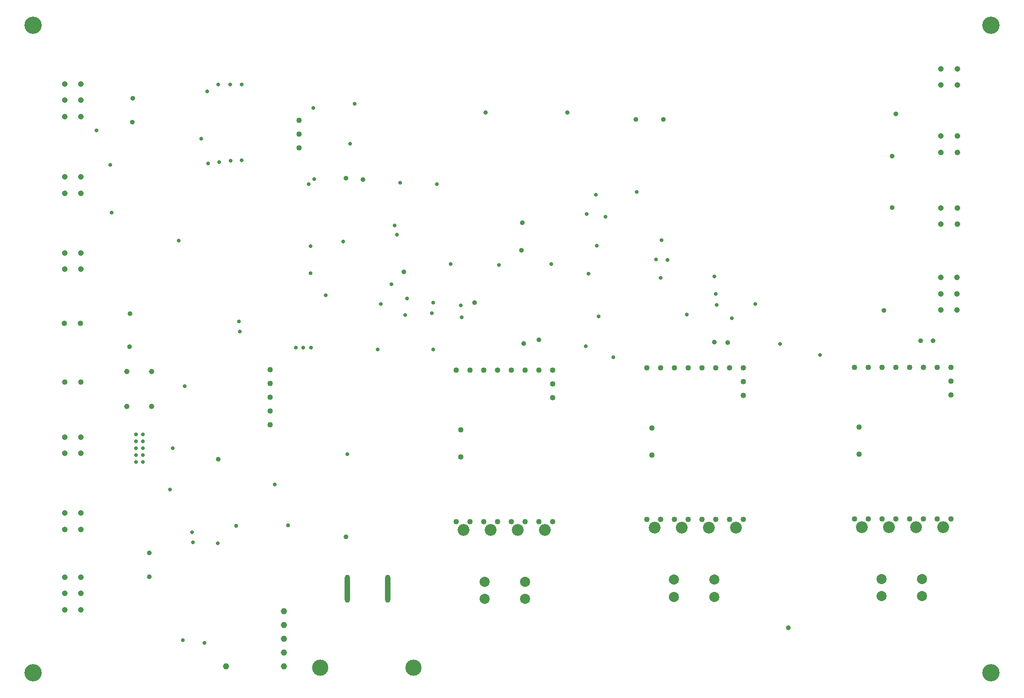
<source format=gbr>
%TF.GenerationSoftware,Altium Limited,Altium Designer,20.1.14 (287)*%
G04 Layer_Color=0*
%FSLAX25Y25*%
%MOIN*%
%TF.SameCoordinates,420D9B4C-C7A0-47ED-81AF-82C992674030*%
%TF.FilePolarity,Positive*%
%TF.FileFunction,Plated,1,4,PTH,Drill*%
%TF.Part,Single*%
G01*
G75*
%TA.AperFunction,ComponentDrill*%
%ADD114C,0.08600*%
%ADD115C,0.04213*%
%ADD116C,0.03000*%
%ADD117C,0.04000*%
%ADD118C,0.03500*%
%ADD119O,0.03900X0.20300*%
%ADD120C,0.11800*%
%ADD121C,0.07323*%
%ADD122C,0.03898*%
%ADD123C,0.04016*%
%ADD124C,0.02800*%
%ADD125C,0.03500*%
%ADD126C,0.03150*%
%ADD127C,0.04600*%
%TA.AperFunction,ViaDrill,NotFilled*%
%ADD128C,0.02800*%
%ADD129C,0.12600*%
D114*
X386500Y118700D02*
D03*
X366800D02*
D03*
X347100D02*
D03*
X327400D02*
D03*
X675500Y120700D02*
D03*
X655800D02*
D03*
X636100D02*
D03*
X616400D02*
D03*
X465900Y120200D02*
D03*
X485600D02*
D03*
X505300D02*
D03*
X525000D02*
D03*
D115*
X49675Y319724D02*
D03*
Y307913D02*
D03*
X37864Y319724D02*
D03*
Y307913D02*
D03*
Y362989D02*
D03*
Y374800D02*
D03*
X49675Y362989D02*
D03*
Y374800D02*
D03*
X685492Y278189D02*
D03*
Y290000D02*
D03*
Y301811D02*
D03*
X673681D02*
D03*
Y290000D02*
D03*
Y278189D02*
D03*
X38008Y442311D02*
D03*
Y430500D02*
D03*
Y418689D02*
D03*
X49819D02*
D03*
Y430500D02*
D03*
Y442311D02*
D03*
X49675Y185998D02*
D03*
Y174187D02*
D03*
X37864Y185998D02*
D03*
Y174187D02*
D03*
X49675Y130923D02*
D03*
Y119112D02*
D03*
X37864Y130923D02*
D03*
Y119112D02*
D03*
X38008Y84311D02*
D03*
Y72500D02*
D03*
Y60689D02*
D03*
X49819D02*
D03*
Y72500D02*
D03*
Y84311D02*
D03*
X685636Y453406D02*
D03*
Y441595D02*
D03*
X673825Y453406D02*
D03*
Y441595D02*
D03*
X685636Y404500D02*
D03*
Y392689D02*
D03*
X673825Y404500D02*
D03*
Y392689D02*
D03*
X685636Y352406D02*
D03*
Y340595D02*
D03*
X673825Y352406D02*
D03*
Y340595D02*
D03*
D116*
X200000Y122000D02*
D03*
X162500Y121500D02*
D03*
D117*
X325500Y171500D02*
D03*
Y191200D02*
D03*
X392000Y214700D02*
D03*
Y224700D02*
D03*
Y234700D02*
D03*
X382000D02*
D03*
X372000D02*
D03*
X362000D02*
D03*
X352000D02*
D03*
X342000D02*
D03*
X332000D02*
D03*
X322000D02*
D03*
Y124700D02*
D03*
X332000D02*
D03*
X342000D02*
D03*
X352000D02*
D03*
X362000D02*
D03*
X372000D02*
D03*
X382000D02*
D03*
X392000D02*
D03*
X614500Y173500D02*
D03*
Y193200D02*
D03*
X681000Y216700D02*
D03*
Y226700D02*
D03*
Y236700D02*
D03*
X671000D02*
D03*
X661000D02*
D03*
X651000D02*
D03*
X641000D02*
D03*
X631000D02*
D03*
X621000D02*
D03*
X611000D02*
D03*
Y126700D02*
D03*
X621000D02*
D03*
X631000D02*
D03*
X641000D02*
D03*
X651000D02*
D03*
X661000D02*
D03*
X671000D02*
D03*
X681000D02*
D03*
X530500Y126200D02*
D03*
X520500D02*
D03*
X510500D02*
D03*
X500500D02*
D03*
X490500D02*
D03*
X480500D02*
D03*
X470500D02*
D03*
X460500D02*
D03*
Y236200D02*
D03*
X470500D02*
D03*
X480500D02*
D03*
X490500D02*
D03*
X500500D02*
D03*
X510500D02*
D03*
X520500D02*
D03*
X530500D02*
D03*
Y226200D02*
D03*
Y216200D02*
D03*
X464000Y192700D02*
D03*
Y173000D02*
D03*
D118*
X149500Y170000D02*
D03*
X452500Y416500D02*
D03*
X242000Y113500D02*
D03*
X472500Y416500D02*
D03*
X563000Y47500D02*
D03*
X85500Y275500D02*
D03*
X254500Y373000D02*
D03*
X242000Y374000D02*
D03*
X659000Y256000D02*
D03*
X509500Y255000D02*
D03*
X382000Y256500D02*
D03*
X371000Y254000D02*
D03*
X668000Y256000D02*
D03*
X99500Y84500D02*
D03*
Y102000D02*
D03*
X85000Y251500D02*
D03*
X284000Y306000D02*
D03*
X335500Y283500D02*
D03*
X632500Y278000D02*
D03*
X519000Y254500D02*
D03*
D119*
X272400Y76000D02*
D03*
X243000D02*
D03*
D120*
X291000Y18500D02*
D03*
X223500D02*
D03*
D121*
X372000Y68500D02*
D03*
Y81020D02*
D03*
X342512Y68500D02*
D03*
Y81020D02*
D03*
X480000Y82520D02*
D03*
Y70000D02*
D03*
X509488Y82520D02*
D03*
Y70000D02*
D03*
X660000Y70500D02*
D03*
Y83020D02*
D03*
X630512Y70500D02*
D03*
Y83020D02*
D03*
D122*
X83142Y233795D02*
D03*
Y208205D02*
D03*
X100858D02*
D03*
Y233795D02*
D03*
D123*
X37689Y268500D02*
D03*
X49500D02*
D03*
X37864Y226057D02*
D03*
X49675D02*
D03*
X187000Y195000D02*
D03*
Y205000D02*
D03*
Y215000D02*
D03*
Y225000D02*
D03*
Y235000D02*
D03*
X208000Y416000D02*
D03*
Y406000D02*
D03*
Y396000D02*
D03*
D124*
X89823Y188028D02*
D03*
X94823D02*
D03*
X89823Y183028D02*
D03*
X94823D02*
D03*
X89823Y178028D02*
D03*
X94823D02*
D03*
X89823Y173028D02*
D03*
X94823D02*
D03*
X89823Y168028D02*
D03*
X94823D02*
D03*
D125*
X638500Y352500D02*
D03*
Y390000D02*
D03*
X641000Y420500D02*
D03*
X87000Y414500D02*
D03*
X87500Y432000D02*
D03*
X369500Y321500D02*
D03*
X370000Y341500D02*
D03*
D126*
X343472Y421500D02*
D03*
X402528D02*
D03*
D127*
X197000Y59500D02*
D03*
Y49500D02*
D03*
Y39500D02*
D03*
Y29500D02*
D03*
Y19500D02*
D03*
X155000D02*
D03*
D128*
X475500Y314500D02*
D03*
X305500Y283500D02*
D03*
X539000Y282500D02*
D03*
X470500Y301500D02*
D03*
X511000Y282000D02*
D03*
X510500Y290000D02*
D03*
X265000Y249500D02*
D03*
X139500Y36500D02*
D03*
X190500Y151500D02*
D03*
X416514Y348000D02*
D03*
X430500Y346000D02*
D03*
X557000Y253500D02*
D03*
X227500Y289000D02*
D03*
X216500Y324500D02*
D03*
X61000Y408500D02*
D03*
X71000Y383500D02*
D03*
X72000Y349000D02*
D03*
X120514Y328486D02*
D03*
X114500Y148000D02*
D03*
X275000Y297000D02*
D03*
X125000Y223000D02*
D03*
X326000Y273000D02*
D03*
X267500Y282500D02*
D03*
X325500Y281500D02*
D03*
X285000Y274500D02*
D03*
X304500Y276000D02*
D03*
X286500Y286500D02*
D03*
X218889Y373389D02*
D03*
X215000Y369500D02*
D03*
X425500Y273500D02*
D03*
X418000Y304500D02*
D03*
X308000Y369500D02*
D03*
X279000Y333000D02*
D03*
X277465Y339535D02*
D03*
X281500Y370500D02*
D03*
X240000Y328000D02*
D03*
X248500Y428000D02*
D03*
X245000Y399000D02*
D03*
X218500Y425000D02*
D03*
X142000Y384500D02*
D03*
X150000Y385500D02*
D03*
X158500Y386500D02*
D03*
X166500Y387000D02*
D03*
X391000Y311500D02*
D03*
X424000Y325000D02*
D03*
X467000Y315000D02*
D03*
X471000Y329000D02*
D03*
X423500Y362000D02*
D03*
X453000Y364000D02*
D03*
X216626Y251000D02*
D03*
X211126D02*
D03*
X205626D02*
D03*
X353000Y311000D02*
D03*
X318055Y311555D02*
D03*
X137000Y402500D02*
D03*
X166500Y442000D02*
D03*
X158000D02*
D03*
X149500Y442000D02*
D03*
X141500Y437000D02*
D03*
X116436Y178028D02*
D03*
X216500Y305000D02*
D03*
X131020Y109520D02*
D03*
X148866Y108866D02*
D03*
X130500Y117000D02*
D03*
X123634Y38634D02*
D03*
X243000Y173500D02*
D03*
X522000Y272400D02*
D03*
X489500Y275000D02*
D03*
X509500Y302500D02*
D03*
X585866Y245634D02*
D03*
X436000Y244000D02*
D03*
X416000Y252000D02*
D03*
X305183Y249683D02*
D03*
X165000Y262500D02*
D03*
X164500Y270000D02*
D03*
D129*
X710000Y485000D02*
D03*
X15000D02*
D03*
X710000Y15000D02*
D03*
X15000D02*
D03*
%TF.MD5,05bf2f235549e3295d832324289fb700*%
M02*

</source>
